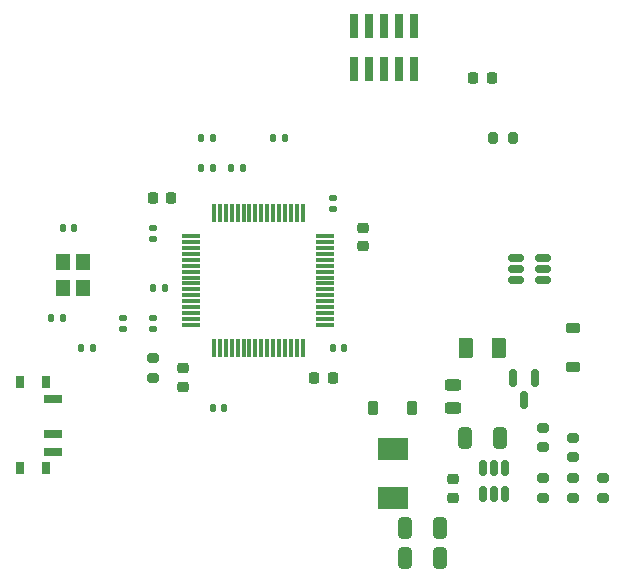
<source format=gbr>
%TF.GenerationSoftware,KiCad,Pcbnew,7.0.2*%
%TF.CreationDate,2023-05-29T18:28:01+05:30*%
%TF.ProjectId,_autosave-STM32,5f617574-6f73-4617-9665-2d53544d3332,rev?*%
%TF.SameCoordinates,Original*%
%TF.FileFunction,Paste,Top*%
%TF.FilePolarity,Positive*%
%FSLAX46Y46*%
G04 Gerber Fmt 4.6, Leading zero omitted, Abs format (unit mm)*
G04 Created by KiCad (PCBNEW 7.0.2) date 2023-05-29 18:28:01*
%MOMM*%
%LPD*%
G01*
G04 APERTURE LIST*
G04 Aperture macros list*
%AMRoundRect*
0 Rectangle with rounded corners*
0 $1 Rounding radius*
0 $2 $3 $4 $5 $6 $7 $8 $9 X,Y pos of 4 corners*
0 Add a 4 corners polygon primitive as box body*
4,1,4,$2,$3,$4,$5,$6,$7,$8,$9,$2,$3,0*
0 Add four circle primitives for the rounded corners*
1,1,$1+$1,$2,$3*
1,1,$1+$1,$4,$5*
1,1,$1+$1,$6,$7*
1,1,$1+$1,$8,$9*
0 Add four rect primitives between the rounded corners*
20,1,$1+$1,$2,$3,$4,$5,0*
20,1,$1+$1,$4,$5,$6,$7,0*
20,1,$1+$1,$6,$7,$8,$9,0*
20,1,$1+$1,$8,$9,$2,$3,0*%
G04 Aperture macros list end*
%ADD10RoundRect,0.140000X0.170000X-0.140000X0.170000X0.140000X-0.170000X0.140000X-0.170000X-0.140000X0*%
%ADD11RoundRect,0.075000X-0.700000X-0.075000X0.700000X-0.075000X0.700000X0.075000X-0.700000X0.075000X0*%
%ADD12RoundRect,0.075000X-0.075000X-0.700000X0.075000X-0.700000X0.075000X0.700000X-0.075000X0.700000X0*%
%ADD13RoundRect,0.150000X0.512500X0.150000X-0.512500X0.150000X-0.512500X-0.150000X0.512500X-0.150000X0*%
%ADD14RoundRect,0.200000X0.275000X-0.200000X0.275000X0.200000X-0.275000X0.200000X-0.275000X-0.200000X0*%
%ADD15RoundRect,0.225000X-0.250000X0.225000X-0.250000X-0.225000X0.250000X-0.225000X0.250000X0.225000X0*%
%ADD16RoundRect,0.225000X0.250000X-0.225000X0.250000X0.225000X-0.250000X0.225000X-0.250000X-0.225000X0*%
%ADD17RoundRect,0.200000X-0.275000X0.200000X-0.275000X-0.200000X0.275000X-0.200000X0.275000X0.200000X0*%
%ADD18R,1.200000X1.400000*%
%ADD19RoundRect,0.225000X0.225000X0.250000X-0.225000X0.250000X-0.225000X-0.250000X0.225000X-0.250000X0*%
%ADD20RoundRect,0.150000X-0.150000X0.587500X-0.150000X-0.587500X0.150000X-0.587500X0.150000X0.587500X0*%
%ADD21RoundRect,0.135000X0.135000X0.185000X-0.135000X0.185000X-0.135000X-0.185000X0.135000X-0.185000X0*%
%ADD22R,0.800000X1.000000*%
%ADD23R,1.500000X0.700000*%
%ADD24RoundRect,0.218750X0.256250X-0.218750X0.256250X0.218750X-0.256250X0.218750X-0.256250X-0.218750X0*%
%ADD25RoundRect,0.135000X-0.135000X-0.185000X0.135000X-0.185000X0.135000X0.185000X-0.135000X0.185000X0*%
%ADD26RoundRect,0.200000X-0.200000X-0.275000X0.200000X-0.275000X0.200000X0.275000X-0.200000X0.275000X0*%
%ADD27RoundRect,0.150000X-0.150000X0.512500X-0.150000X-0.512500X0.150000X-0.512500X0.150000X0.512500X0*%
%ADD28RoundRect,0.225000X-0.225000X-0.250000X0.225000X-0.250000X0.225000X0.250000X-0.225000X0.250000X0*%
%ADD29RoundRect,0.140000X0.140000X0.170000X-0.140000X0.170000X-0.140000X-0.170000X0.140000X-0.170000X0*%
%ADD30RoundRect,0.250000X0.375000X0.625000X-0.375000X0.625000X-0.375000X-0.625000X0.375000X-0.625000X0*%
%ADD31RoundRect,0.140000X-0.140000X-0.170000X0.140000X-0.170000X0.140000X0.170000X-0.140000X0.170000X0*%
%ADD32R,0.750000X2.100000*%
%ADD33RoundRect,0.250000X-0.325000X-0.650000X0.325000X-0.650000X0.325000X0.650000X-0.325000X0.650000X0*%
%ADD34RoundRect,0.225000X-0.225000X-0.375000X0.225000X-0.375000X0.225000X0.375000X-0.225000X0.375000X0*%
%ADD35RoundRect,0.218750X0.218750X0.256250X-0.218750X0.256250X-0.218750X-0.256250X0.218750X-0.256250X0*%
%ADD36RoundRect,0.243750X-0.456250X0.243750X-0.456250X-0.243750X0.456250X-0.243750X0.456250X0.243750X0*%
%ADD37R,2.500000X1.900000*%
%ADD38RoundRect,0.147500X-0.147500X-0.172500X0.147500X-0.172500X0.147500X0.172500X-0.147500X0.172500X0*%
%ADD39RoundRect,0.225000X0.375000X-0.225000X0.375000X0.225000X-0.375000X0.225000X-0.375000X-0.225000X0*%
G04 APERTURE END LIST*
D10*
%TO.C,C4*%
X116840000Y-87320000D03*
X116840000Y-86360000D03*
%TD*%
D11*
%TO.C,U1*%
X120115000Y-87095000D03*
X120115000Y-87595000D03*
X120115000Y-88095000D03*
X120115000Y-88595000D03*
X120115000Y-89095000D03*
X120115000Y-89595000D03*
X120115000Y-90095000D03*
X120115000Y-90595000D03*
X120115000Y-91095000D03*
X120115000Y-91595000D03*
X120115000Y-92095000D03*
X120115000Y-92595000D03*
X120115000Y-93095000D03*
X120115000Y-93595000D03*
X120115000Y-94095000D03*
X120115000Y-94595000D03*
D12*
X122040000Y-96520000D03*
X122540000Y-96520000D03*
X123040000Y-96520000D03*
X123540000Y-96520000D03*
X124040000Y-96520000D03*
X124540000Y-96520000D03*
X125040000Y-96520000D03*
X125540000Y-96520000D03*
X126040000Y-96520000D03*
X126540000Y-96520000D03*
X127040000Y-96520000D03*
X127540000Y-96520000D03*
X128040000Y-96520000D03*
X128540000Y-96520000D03*
X129040000Y-96520000D03*
X129540000Y-96520000D03*
D11*
X131465000Y-94595000D03*
X131465000Y-94095000D03*
X131465000Y-93595000D03*
X131465000Y-93095000D03*
X131465000Y-92595000D03*
X131465000Y-92095000D03*
X131465000Y-91595000D03*
X131465000Y-91095000D03*
X131465000Y-90595000D03*
X131465000Y-90095000D03*
X131465000Y-89595000D03*
X131465000Y-89095000D03*
X131465000Y-88595000D03*
X131465000Y-88095000D03*
X131465000Y-87595000D03*
X131465000Y-87095000D03*
D12*
X129540000Y-85170000D03*
X129040000Y-85170000D03*
X128540000Y-85170000D03*
X128040000Y-85170000D03*
X127540000Y-85170000D03*
X127040000Y-85170000D03*
X126540000Y-85170000D03*
X126040000Y-85170000D03*
X125540000Y-85170000D03*
X125040000Y-85170000D03*
X124540000Y-85170000D03*
X124040000Y-85170000D03*
X123540000Y-85170000D03*
X123040000Y-85170000D03*
X122540000Y-85170000D03*
X122040000Y-85170000D03*
%TD*%
D10*
%TO.C,C7*%
X132080000Y-84780000D03*
X132080000Y-83820000D03*
%TD*%
%TO.C,C9*%
X114300000Y-94940000D03*
X114300000Y-93980000D03*
%TD*%
D13*
%TO.C,U3*%
X149860000Y-90800000D03*
X149860000Y-89850000D03*
X149860000Y-88900000D03*
X147585000Y-88900000D03*
X147585000Y-89850000D03*
X147585000Y-90800000D03*
%TD*%
D14*
%TO.C,R6*%
X149860000Y-109220000D03*
X149860000Y-107570000D03*
%TD*%
D15*
%TO.C,C14*%
X142240000Y-107670000D03*
X142240000Y-109220000D03*
%TD*%
D16*
%TO.C,C2*%
X134620000Y-87910000D03*
X134620000Y-86360000D03*
%TD*%
D17*
%TO.C,R7*%
X152400000Y-107570000D03*
X152400000Y-109220000D03*
%TD*%
D18*
%TO.C,Y1*%
X109220000Y-89240000D03*
X109220000Y-91440000D03*
X110920000Y-91440000D03*
X110920000Y-89240000D03*
%TD*%
D19*
%TO.C,C3*%
X118390000Y-83820000D03*
X116840000Y-83820000D03*
%TD*%
D20*
%TO.C,Q1*%
X149220000Y-99060000D03*
X147320000Y-99060000D03*
X148270000Y-100935000D03*
%TD*%
D21*
%TO.C,R2*%
X117860000Y-91440000D03*
X116840000Y-91440000D03*
%TD*%
D22*
%TO.C,SW1*%
X107790000Y-99450000D03*
X105580000Y-99450000D03*
X107790000Y-106750000D03*
X105580000Y-106750000D03*
D23*
X108440000Y-100850000D03*
X108440000Y-103850000D03*
X108440000Y-105350000D03*
%TD*%
D24*
%TO.C,D1*%
X119380000Y-99847500D03*
X119380000Y-98272500D03*
%TD*%
D25*
%TO.C,R1*%
X120900000Y-78740000D03*
X121920000Y-78740000D03*
%TD*%
D26*
%TO.C,R11*%
X145670000Y-78740000D03*
X147320000Y-78740000D03*
%TD*%
D27*
%TO.C,U2*%
X146680000Y-108955000D03*
X145730000Y-108955000D03*
X144780000Y-108955000D03*
X144780000Y-106680000D03*
X145730000Y-106680000D03*
X146680000Y-106680000D03*
%TD*%
D28*
%TO.C,C1*%
X130530000Y-99060000D03*
X132080000Y-99060000D03*
%TD*%
D29*
%TO.C,C12*%
X109220000Y-93980000D03*
X108260000Y-93980000D03*
%TD*%
%TO.C,C5*%
X122880000Y-101600000D03*
X121920000Y-101600000D03*
%TD*%
D17*
%TO.C,R3*%
X116840000Y-97410000D03*
X116840000Y-99060000D03*
%TD*%
D30*
%TO.C,F1*%
X146180000Y-96520000D03*
X143380000Y-96520000D03*
%TD*%
D31*
%TO.C,C11*%
X109220000Y-86360000D03*
X110180000Y-86360000D03*
%TD*%
D21*
%TO.C,R9*%
X128020000Y-78740000D03*
X127000000Y-78740000D03*
%TD*%
D14*
%TO.C,R5*%
X152400000Y-105790000D03*
X152400000Y-104140000D03*
%TD*%
D32*
%TO.C,J2*%
X133880000Y-69320000D03*
X133880000Y-72920000D03*
X135150000Y-69320000D03*
X135150000Y-72920000D03*
X136420000Y-69320000D03*
X136420000Y-72920000D03*
X137690000Y-69320000D03*
X137690000Y-72920000D03*
X138960000Y-69320000D03*
X138960000Y-72920000D03*
%TD*%
D25*
%TO.C,R10*%
X123440000Y-81280000D03*
X124460000Y-81280000D03*
%TD*%
D33*
%TO.C,C15*%
X138225000Y-111760000D03*
X141175000Y-111760000D03*
%TD*%
D17*
%TO.C,R4*%
X149860000Y-103315000D03*
X149860000Y-104965000D03*
%TD*%
D34*
%TO.C,D2*%
X135510000Y-101600000D03*
X138810000Y-101600000D03*
%TD*%
D33*
%TO.C,C16*%
X138225000Y-114300000D03*
X141175000Y-114300000D03*
%TD*%
D35*
%TO.C,D4*%
X145567500Y-73660000D03*
X143992500Y-73660000D03*
%TD*%
D36*
%TO.C,FB1*%
X142240000Y-99725000D03*
X142240000Y-101600000D03*
%TD*%
D37*
%TO.C,L2*%
X137160000Y-105120000D03*
X137160000Y-109220000D03*
%TD*%
D29*
%TO.C,C6*%
X133040000Y-96520000D03*
X132080000Y-96520000D03*
%TD*%
D31*
%TO.C,C8*%
X120960000Y-81280000D03*
X121920000Y-81280000D03*
%TD*%
D38*
%TO.C,L1*%
X110790000Y-96520000D03*
X111760000Y-96520000D03*
%TD*%
D14*
%TO.C,R8*%
X154940000Y-109220000D03*
X154940000Y-107570000D03*
%TD*%
D10*
%TO.C,C10*%
X116840000Y-94940000D03*
X116840000Y-93980000D03*
%TD*%
D33*
%TO.C,C13*%
X143305000Y-104140000D03*
X146255000Y-104140000D03*
%TD*%
D39*
%TO.C,D3*%
X152400000Y-98170000D03*
X152400000Y-94870000D03*
%TD*%
M02*

</source>
